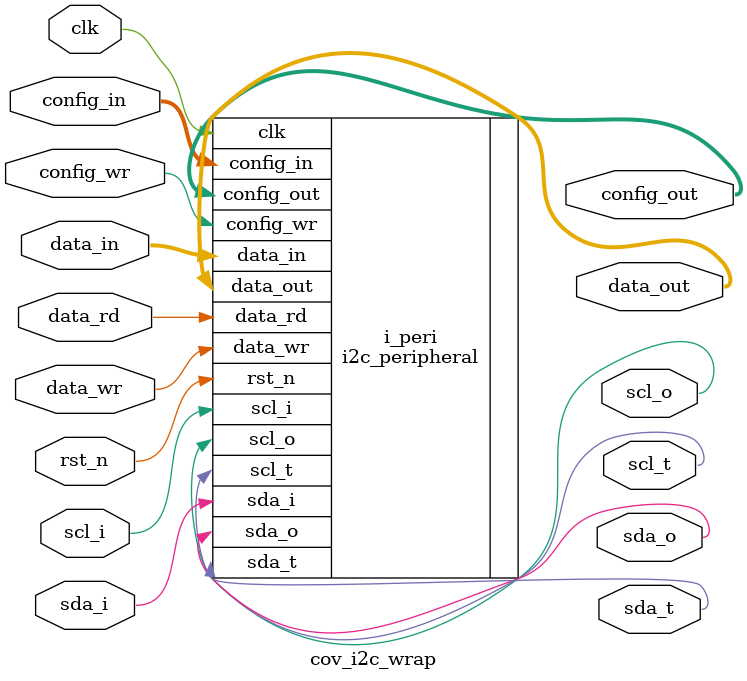
<source format=v>
`timescale 1ns/1ps

module cov_i2c_wrap (
    input  wire        clk,
    input  wire        rst_n,

    // MMIO — Slot 0x6: I2C_DATA
    input  wire [31:0] data_in,
    input  wire        data_wr,
    input  wire        data_rd,
    output wire [31:0] data_out,

    // MMIO — Slot 0x7: I2C_CONFIG
    input  wire [31:0] config_in,
    input  wire        config_wr,
    output wire [31:0] config_out,

    // I2C physical pins (directly exposed)
    input  wire        scl_i,
    output wire        scl_o,
    output wire        scl_t,
    input  wire        sda_i,
    output wire        sda_o,
    output wire        sda_t
);

    i2c_peripheral i_peri (
        .clk        (clk),
        .rst_n      (rst_n),
        .data_in    (data_in),
        .data_wr    (data_wr),
        .data_rd    (data_rd),
        .data_out   (data_out),
        .config_in  (config_in),
        .config_wr  (config_wr),
        .config_out (config_out),
        .scl_i      (scl_i),
        .scl_o      (scl_o),
        .scl_t      (scl_t),
        .sda_i      (sda_i),
        .sda_o      (sda_o),
        .sda_t      (sda_t)
    );

endmodule

</source>
